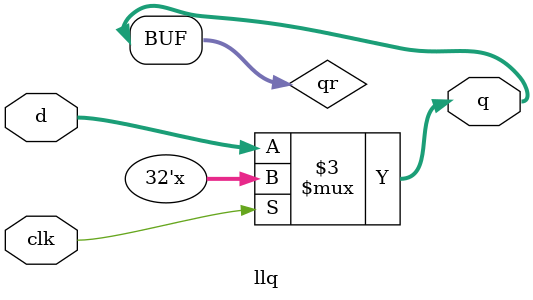
<source format=v>
module llq (clk, d, q);
   parameter WIDTH = 32;
   input clk;
   input [WIDTH-1:0] d;
   output [WIDTH-1:0] q;
   reg [WIDTH-1:0]    qr;
   always @(clk or d)
     if (clk == 1'b0)
       qr <= d;
   assign q = qr;
endmodule
</source>
